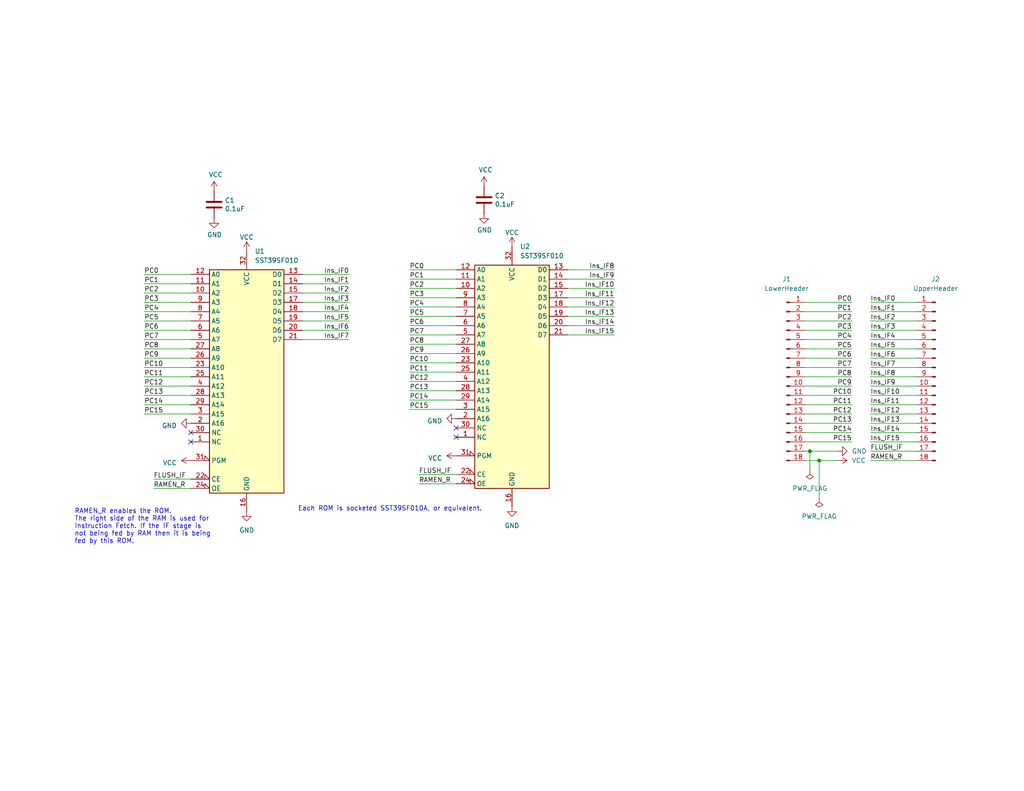
<source format=kicad_sch>
(kicad_sch (version 20250114) (generator "eeschema") (generator_version "9.0")
  (paper "USLetter")
  (title_block (title "Turtle16: ROM Daughter Board") (date "2023-11-25") (rev "A") (comment 4 "Daughter board with ROM"))
  (lib_symbols
    (symbol "Connector:Conn_01x18_Pin" (pin_names (offset 1.016) (hide yes))
      (property "Reference" "J" (at 0 22.86 0))
      (property "Value" "Conn_01x18_Pin" (at 0 -25.4 0))
      (symbol "Conn_01x18_Pin_1_1"
        (rectangle (start 0.8636 20.447) (end 0 20.193) (stroke (width 0.1524)) (fill (type outline)))
        (rectangle (start 0.8636 17.907) (end 0 17.653) (stroke (width 0.1524)) (fill (type outline)))
        (rectangle (start 0.8636 15.367) (end 0 15.113) (stroke (width 0.1524)) (fill (type outline)))
        (rectangle (start 0.8636 12.827) (end 0 12.573) (stroke (width 0.1524)) (fill (type outline)))
        (rectangle (start 0.8636 10.287) (end 0 10.033) (stroke (width 0.1524)) (fill (type outline)))
        (rectangle (start 0.8636 7.747) (end 0 7.493) (stroke (width 0.1524)) (fill (type outline)))
        (rectangle (start 0.8636 5.207) (end 0 4.953) (stroke (width 0.1524)) (fill (type outline)))
        (rectangle (start 0.8636 2.667) (end 0 2.413) (stroke (width 0.1524)) (fill (type outline)))
        (rectangle (start 0.8636 0.127) (end 0 -0.127) (stroke (width 0.1524)) (fill (type outline)))
        (rectangle (start 0.8636 -2.413) (end 0 -2.667) (stroke (width 0.1524)) (fill (type outline)))
        (rectangle (start 0.8636 -4.953) (end 0 -5.207) (stroke (width 0.1524)) (fill (type outline)))
        (rectangle (start 0.8636 -7.493) (end 0 -7.747) (stroke (width 0.1524)) (fill (type outline)))
        (rectangle (start 0.8636 -10.033) (end 0 -10.287) (stroke (width 0.1524)) (fill (type outline)))
        (rectangle (start 0.8636 -12.573) (end 0 -12.827) (stroke (width 0.1524)) (fill (type outline)))
        (rectangle (start 0.8636 -15.113) (end 0 -15.367) (stroke (width 0.1524)) (fill (type outline)))
        (rectangle (start 0.8636 -17.653) (end 0 -17.907) (stroke (width 0.1524)) (fill (type outline)))
        (rectangle (start 0.8636 -20.193) (end 0 -20.447) (stroke (width 0.1524)) (fill (type outline)))
        (rectangle (start 0.8636 -22.733) (end 0 -22.987) (stroke (width 0.1524)) (fill (type outline)))
        (polyline (pts (xy 1.27 20.32) (xy 0.8636 20.32)) (stroke (width 0.1524)))
        (polyline (pts (xy 1.27 17.78) (xy 0.8636 17.78)) (stroke (width 0.1524)))
        (polyline (pts (xy 1.27 15.24) (xy 0.8636 15.24)) (stroke (width 0.1524)))
        (polyline (pts (xy 1.27 12.7) (xy 0.8636 12.7)) (stroke (width 0.1524)))
        (polyline (pts (xy 1.27 10.16) (xy 0.8636 10.16)) (stroke (width 0.1524)))
        (polyline (pts (xy 1.27 7.62) (xy 0.8636 7.62)) (stroke (width 0.1524)))
        (polyline (pts (xy 1.27 5.08) (xy 0.8636 5.08)) (stroke (width 0.1524)))
        (polyline (pts (xy 1.27 2.54) (xy 0.8636 2.54)) (stroke (width 0.1524)))
        (polyline (pts (xy 1.27 0) (xy 0.8636 0)) (stroke (width 0.1524)))
        (polyline (pts (xy 1.27 -2.54) (xy 0.8636 -2.54)) (stroke (width 0.1524)))
        (polyline (pts (xy 1.27 -5.08) (xy 0.8636 -5.08)) (stroke (width 0.1524)))
        (polyline (pts (xy 1.27 -7.62) (xy 0.8636 -7.62)) (stroke (width 0.1524)))
        (polyline (pts (xy 1.27 -10.16) (xy 0.8636 -10.16)) (stroke (width 0.1524)))
        (polyline (pts (xy 1.27 -12.7) (xy 0.8636 -12.7)) (stroke (width 0.1524)))
        (polyline (pts (xy 1.27 -15.24) (xy 0.8636 -15.24)) (stroke (width 0.1524)))
        (polyline (pts (xy 1.27 -17.78) (xy 0.8636 -17.78)) (stroke (width 0.1524)))
        (polyline (pts (xy 1.27 -20.32) (xy 0.8636 -20.32)) (stroke (width 0.1524)))
        (polyline (pts (xy 1.27 -22.86) (xy 0.8636 -22.86)) (stroke (width 0.1524)))
        (pin passive line (at 5.08 20.32 180) (length 3.81) (name "Pin_1") (number "1"))
        (pin passive line (at 5.08 17.78 180) (length 3.81) (name "Pin_2") (number "2"))
        (pin passive line (at 5.08 15.24 180) (length 3.81) (name "Pin_3") (number "3"))
        (pin passive line (at 5.08 12.7 180) (length 3.81) (name "Pin_4") (number "4"))
        (pin passive line (at 5.08 10.16 180) (length 3.81) (name "Pin_5") (number "5"))
        (pin passive line (at 5.08 7.62 180) (length 3.81) (name "Pin_6") (number "6"))
        (pin passive line (at 5.08 5.08 180) (length 3.81) (name "Pin_7") (number "7"))
        (pin passive line (at 5.08 2.54 180) (length 3.81) (name "Pin_8") (number "8"))
        (pin passive line (at 5.08 0 180) (length 3.81) (name "Pin_9") (number "9"))
        (pin passive line (at 5.08 -2.54 180) (length 3.81) (name "Pin_10") (number "10"))
        (pin passive line (at 5.08 -5.08 180) (length 3.81) (name "Pin_11") (number "11"))
        (pin passive line (at 5.08 -7.62 180) (length 3.81) (name "Pin_12") (number "12"))
        (pin passive line (at 5.08 -10.16 180) (length 3.81) (name "Pin_13") (number "13"))
        (pin passive line (at 5.08 -12.7 180) (length 3.81) (name "Pin_14") (number "14"))
        (pin passive line (at 5.08 -15.24 180) (length 3.81) (name "Pin_15") (number "15"))
        (pin passive line (at 5.08 -17.78 180) (length 3.81) (name "Pin_16") (number "16"))
        (pin passive line (at 5.08 -20.32 180) (length 3.81) (name "Pin_17") (number "17"))
        (pin passive line (at 5.08 -22.86 180) (length 3.81) (name "Pin_18") (number "18"))
      )
    )
    (symbol "Device:C" (pin_numbers (hide yes)) (pin_names (offset 0.254))
      (property "Reference" "C" (at 0.635 2.54 0))
      (property "Value" "C" (at 0.635 -2.54 0))
      (symbol "C_0_1"
        (polyline (pts (xy -2.032 0.762) (xy 2.032 0.762)) (stroke (width 0.508)))
        (polyline (pts (xy -2.032 -0.762) (xy 2.032 -0.762)) (stroke (width 0.508)))
      )
      (symbol "C_1_1"
        (pin passive line (at 0 3.81 270) (length 2.794) (name "~") (number "1"))
        (pin passive line (at 0 -3.81 90) (length 2.794) (name "~") (number "2"))
      )
    )
    (symbol "Turtle16:SST39SF010"
      (property "Reference" "U" (at 2.54 33.02 0))
      (property "Value" "SST39SF010" (at 0 -30.48 0))
      (symbol "SST39SF010_0_0"
        (pin power_in line (at 0 36.83 270) (length 5.08) (name "VCC") (number "32"))
        (pin power_in line (at 0 -34.29 90) (length 5.08) (name "GND") (number "16"))
      )
      (symbol "SST39SF010_0_1"
        (rectangle (start -10.16 31.75) (end 10.16 -29.21) (stroke (width 0.254)) (fill (type background)))
      )
      (symbol "SST39SF010_1_1"
        (pin input line (at -15.24 30.48 0) (length 5.08) (name "A0") (number "12"))
        (pin input line (at -15.24 27.94 0) (length 5.08) (name "A1") (number "11"))
        (pin input line (at -15.24 25.4 0) (length 5.08) (name "A2") (number "10"))
        (pin input line (at -15.24 22.86 0) (length 5.08) (name "A3") (number "9"))
        (pin input line (at -15.24 20.32 0) (length 5.08) (name "A4") (number "8"))
        (pin input line (at -15.24 17.78 0) (length 5.08) (name "A5") (number "7"))
        (pin input line (at -15.24 15.24 0) (length 5.08) (name "A6") (number "6"))
        (pin input line (at -15.24 12.7 0) (length 5.08) (name "A7") (number "5"))
        (pin input line (at -15.24 10.16 0) (length 5.08) (name "A8") (number "27"))
        (pin input line (at -15.24 7.62 0) (length 5.08) (name "A9") (number "26"))
        (pin input line (at -15.24 5.08 0) (length 5.08) (name "A10") (number "23"))
        (pin input line (at -15.24 2.54 0) (length 5.08) (name "A11") (number "25"))
        (pin input line (at -15.24 0 0) (length 5.08) (name "A12") (number "4"))
        (pin input line (at -15.24 -2.54 0) (length 5.08) (name "A13") (number "28"))
        (pin input line (at -15.24 -5.08 0) (length 5.08) (name "A14") (number "29"))
        (pin input line (at -15.24 -7.62 0) (length 5.08) (name "A15") (number "3"))
        (pin input line (at -15.24 -10.16 0) (length 5.08) (name "A16") (number "2"))
        (pin input line (at -15.24 -12.7 0) (length 5.08) (name "NC") (number "30"))
        (pin input line (at -15.24 -15.24 0) (length 5.08) (name "NC") (number "1"))
        (pin input input_low (at -15.24 -20.32 0) (length 5.08) (name "PGM") (number "31"))
        (pin input input_low (at -15.24 -25.4 0) (length 5.08) (name "CE") (number "22"))
        (pin input input_low (at -15.24 -27.94 0) (length 5.08) (name "OE") (number "24"))
        (pin tri_state line (at 15.24 30.48 180) (length 5.08) (name "D0") (number "13"))
        (pin tri_state line (at 15.24 27.94 180) (length 5.08) (name "D1") (number "14"))
        (pin tri_state line (at 15.24 25.4 180) (length 5.08) (name "D2") (number "15"))
        (pin tri_state line (at 15.24 22.86 180) (length 5.08) (name "D3") (number "17"))
        (pin tri_state line (at 15.24 20.32 180) (length 5.08) (name "D4") (number "18"))
        (pin tri_state line (at 15.24 17.78 180) (length 5.08) (name "D5") (number "19"))
        (pin tri_state line (at 15.24 15.24 180) (length 5.08) (name "D6") (number "20"))
        (pin tri_state line (at 15.24 12.7 180) (length 5.08) (name "D7") (number "21"))
      )
    )
    (symbol "power:GND" (power) (pin_names (offset 0))
      (property "Value" "GND" (at 0 -3.81 0))
      (symbol "GND_0_1"
        (polyline (pts (xy 0 0) (xy 0 -1.27) (xy 1.27 -1.27) (xy 0 -2.54) (xy -1.27 -1.27) (xy 0 -1.27)))
      )
      (symbol "GND_1_1"
        (pin power_in line (at 0 0 270) (length 0) (hide yes) (name "GND") (number "1"))
      )
    )
    (symbol "power:PWR_FLAG" (power) (pin_numbers (hide yes)) (pin_names (offset 0) (hide yes))
      (property "Value" "PWR_FLAG" (at 0 3.81 0))
      (symbol "PWR_FLAG_0_0"
        (pin power_out line (at 0 0 90) (length 0) (name "pwr") (number "1"))
      )
      (symbol "PWR_FLAG_0_1"
        (polyline (pts (xy 0 0) (xy 0 1.27) (xy -1.016 1.905) (xy 0 2.54) (xy 1.016 1.905) (xy 0 1.27)))
      )
    )
    (symbol "power:VCC" (power) (pin_names (offset 0))
      (property "Value" "VCC" (at 0 3.81 0))
      (symbol "VCC_0_1"
        (polyline (pts (xy -0.762 1.27) (xy 0 2.54)))
        (polyline (pts (xy 0 2.54) (xy 0.762 1.27)))
        (polyline (pts (xy 0 0) (xy 0 2.54)))
      )
      (symbol "VCC_1_1"
        (pin power_in line (at 0 0 90) (length 0) (hide yes) (name "VCC") (number "1"))
      )
    )
  )
  (text "RAMEN_R enables the ROM.\nThe right side of the RAM is used for\nInstruction Fetch. If the IF stage is\nnot being fed by RAM then it is being\nfed by this ROM." (at 20.32 148.59 0) (effects (font (size 1.27 1.27)) (justify left bottom)))
  (text "Each ROM is socketed SST39SF010A, or equivalent." (at 81.28 139.7 0) (effects (font (size 1.27 1.27)) (justify left bottom)))
  (junction (at 223.52 125.73))
  (junction (at 220.98 123.19))
  (no_connect (at 52.07 118.11))
  (no_connect (at 52.07 120.65))
  (no_connect (at 124.46 119.38))
  (no_connect (at 124.46 116.84))
  (wire (pts (xy 41.91 130.81) (xy 52.07 130.81)))
  (wire (pts (xy 111.76 104.14) (xy 124.46 104.14)))
  (wire (pts (xy 237.49 85.09) (xy 250.19 85.09)))
  (wire (pts (xy 237.49 123.19) (xy 250.19 123.19)))
  (wire (pts (xy 114.3 129.54) (xy 124.46 129.54)))
  (wire (pts (xy 167.64 76.2) (xy 154.94 76.2)))
  (wire (pts (xy 111.76 109.22) (xy 124.46 109.22)))
  (wire (pts (xy 95.25 82.55) (xy 82.55 82.55)))
  (wire (pts (xy 232.41 82.55) (xy 219.71 82.55)))
  (wire (pts (xy 95.25 92.71) (xy 82.55 92.71)))
  (wire (pts (xy 111.76 91.44) (xy 124.46 91.44)))
  (wire (pts (xy 167.64 81.28) (xy 154.94 81.28)))
  (wire (pts (xy 167.64 88.9) (xy 154.94 88.9)))
  (wire (pts (xy 39.37 82.55) (xy 52.07 82.55)))
  (wire (pts (xy 237.49 125.73) (xy 250.19 125.73)))
  (wire (pts (xy 39.37 85.09) (xy 52.07 85.09)))
  (wire (pts (xy 167.64 91.44) (xy 154.94 91.44)))
  (wire (pts (xy 232.41 85.09) (xy 219.71 85.09)))
  (wire (pts (xy 111.76 93.98) (xy 124.46 93.98)))
  (wire (pts (xy 111.76 96.52) (xy 124.46 96.52)))
  (wire (pts (xy 111.76 81.28) (xy 124.46 81.28)))
  (wire (pts (xy 237.49 118.11) (xy 250.19 118.11)))
  (wire (pts (xy 39.37 92.71) (xy 52.07 92.71)))
  (wire (pts (xy 39.37 95.25) (xy 52.07 95.25)))
  (wire (pts (xy 232.41 118.11) (xy 219.71 118.11)))
  (wire (pts (xy 237.49 102.87) (xy 250.19 102.87)))
  (wire (pts (xy 232.41 87.63) (xy 219.71 87.63)))
  (wire (pts (xy 237.49 110.49) (xy 250.19 110.49)))
  (wire (pts (xy 232.41 90.17) (xy 219.71 90.17)))
  (wire (pts (xy 95.25 87.63) (xy 82.55 87.63)))
  (wire (pts (xy 237.49 120.65) (xy 250.19 120.65)))
  (wire (pts (xy 39.37 87.63) (xy 52.07 87.63)))
  (wire (pts (xy 237.49 113.03) (xy 250.19 113.03)))
  (wire (pts (xy 228.6 123.19) (xy 220.98 123.19)))
  (wire (pts (xy 111.76 101.6) (xy 124.46 101.6)))
  (wire (pts (xy 39.37 107.95) (xy 52.07 107.95)))
  (wire (pts (xy 39.37 74.93) (xy 52.07 74.93)))
  (wire (pts (xy 111.76 73.66) (xy 124.46 73.66)))
  (wire (pts (xy 111.76 78.74) (xy 124.46 78.74)))
  (wire (pts (xy 39.37 97.79) (xy 52.07 97.79)))
  (wire (pts (xy 39.37 105.41) (xy 52.07 105.41)))
  (wire (pts (xy 237.49 105.41) (xy 250.19 105.41)))
  (wire (pts (xy 39.37 77.47) (xy 52.07 77.47)))
  (wire (pts (xy 223.52 125.73) (xy 219.71 125.73)))
  (wire (pts (xy 95.25 90.17) (xy 82.55 90.17)))
  (wire (pts (xy 95.25 80.01) (xy 82.55 80.01)))
  (wire (pts (xy 95.25 74.93) (xy 82.55 74.93)))
  (wire (pts (xy 39.37 90.17) (xy 52.07 90.17)))
  (wire (pts (xy 237.49 97.79) (xy 250.19 97.79)))
  (wire (pts (xy 39.37 100.33) (xy 52.07 100.33)))
  (wire (pts (xy 237.49 95.25) (xy 250.19 95.25)))
  (wire (pts (xy 232.41 113.03) (xy 219.71 113.03)))
  (wire (pts (xy 223.52 125.73) (xy 223.52 135.89)))
  (wire (pts (xy 95.25 85.09) (xy 82.55 85.09)))
  (wire (pts (xy 232.41 110.49) (xy 219.71 110.49)))
  (wire (pts (xy 39.37 102.87) (xy 52.07 102.87)))
  (wire (pts (xy 111.76 99.06) (xy 124.46 99.06)))
  (wire (pts (xy 232.41 92.71) (xy 219.71 92.71)))
  (wire (pts (xy 114.3 132.08) (xy 124.46 132.08)))
  (wire (pts (xy 237.49 90.17) (xy 250.19 90.17)))
  (wire (pts (xy 237.49 87.63) (xy 250.19 87.63)))
  (wire (pts (xy 39.37 113.03) (xy 52.07 113.03)))
  (wire (pts (xy 228.6 125.73) (xy 223.52 125.73)))
  (wire (pts (xy 111.76 83.82) (xy 124.46 83.82)))
  (wire (pts (xy 111.76 106.68) (xy 124.46 106.68)))
  (wire (pts (xy 232.41 100.33) (xy 219.71 100.33)))
  (wire (pts (xy 167.64 78.74) (xy 154.94 78.74)))
  (wire (pts (xy 167.64 83.82) (xy 154.94 83.82)))
  (wire (pts (xy 237.49 92.71) (xy 250.19 92.71)))
  (wire (pts (xy 41.91 133.35) (xy 52.07 133.35)))
  (wire (pts (xy 237.49 100.33) (xy 250.19 100.33)))
  (wire (pts (xy 167.64 73.66) (xy 154.94 73.66)))
  (wire (pts (xy 232.41 102.87) (xy 219.71 102.87)))
  (wire (pts (xy 232.41 107.95) (xy 219.71 107.95)))
  (wire (pts (xy 232.41 105.41) (xy 219.71 105.41)))
  (wire (pts (xy 237.49 115.57) (xy 250.19 115.57)))
  (wire (pts (xy 232.41 97.79) (xy 219.71 97.79)))
  (wire (pts (xy 232.41 115.57) (xy 219.71 115.57)))
  (wire (pts (xy 39.37 80.01) (xy 52.07 80.01)))
  (wire (pts (xy 232.41 95.25) (xy 219.71 95.25)))
  (wire (pts (xy 220.98 123.19) (xy 220.98 128.27)))
  (wire (pts (xy 95.25 77.47) (xy 82.55 77.47)))
  (wire (pts (xy 220.98 123.19) (xy 219.71 123.19)))
  (wire (pts (xy 111.76 88.9) (xy 124.46 88.9)))
  (wire (pts (xy 111.76 111.76) (xy 124.46 111.76)))
  (wire (pts (xy 167.64 86.36) (xy 154.94 86.36)))
  (wire (pts (xy 111.76 86.36) (xy 124.46 86.36)))
  (wire (pts (xy 237.49 82.55) (xy 250.19 82.55)))
  (wire (pts (xy 237.49 107.95) (xy 250.19 107.95)))
  (wire (pts (xy 232.41 120.65) (xy 219.71 120.65)))
  (wire (pts (xy 111.76 76.2) (xy 124.46 76.2)))
  (wire (pts (xy 39.37 110.49) (xy 52.07 110.49)))
  (label "PC7" (at 39.37 92.71 0))
  (label "Ins_IF9" (at 237.49 105.41 0))
  (label "Ins_IF5" (at 237.49 95.25 0))
  (label "PC10" (at 39.37 100.33 0))
  (label "PC14" (at 232.41 118.11 180))
  (label "PC5" (at 111.76 86.36 0))
  (label "PC10" (at 232.41 107.95 180))
  (label "PC0" (at 39.37 74.93 0))
  (label "PC8" (at 232.41 102.87 180))
  (label "PC5" (at 39.37 87.63 0))
  (label "Ins_IF10" (at 167.64 78.74 180))
  (label "Ins_IF14" (at 237.49 118.11 0))
  (label "Ins_IF13" (at 237.49 115.57 0))
  (label "Ins_IF12" (at 237.49 113.03 0))
  (label "PC3" (at 39.37 82.55 0))
  (label "PC8" (at 39.37 95.25 0))
  (label "PC0" (at 111.76 73.66 0))
  (label "Ins_IF9" (at 167.64 76.2 180))
  (label "PC12" (at 111.76 104.14 0))
  (label "PC13" (at 39.37 107.95 0))
  (label "Ins_IF11" (at 167.64 81.28 180))
  (label "PC5" (at 232.41 95.25 180))
  (label "Ins_IF0" (at 95.25 74.93 180))
  (label "PC10" (at 111.76 99.06 0))
  (label "Ins_IF6" (at 95.25 90.17 180))
  (label "Ins_IF4" (at 237.49 92.71 0))
  (label "RAMEN_R" (at 237.49 125.73 0))
  (label "PC1" (at 39.37 77.47 0))
  (label "PC9" (at 111.76 96.52 0))
  (label "PC8" (at 111.76 93.98 0))
  (label "Ins_IF15" (at 167.64 91.44 180))
  (label "FLUSH_IF" (at 41.91 130.81 0))
  (label "PC6" (at 39.37 90.17 0))
  (label "PC13" (at 232.41 115.57 180))
  (label "Ins_IF12" (at 167.64 83.82 180))
  (label "Ins_IF7" (at 95.25 92.71 180))
  (label "Ins_IF13" (at 167.64 86.36 180))
  (label "RAMEN_R" (at 114.3 132.08 0))
  (label "RAMEN_R" (at 41.91 133.35 0))
  (label "PC14" (at 39.37 110.49 0))
  (label "PC12" (at 39.37 105.41 0))
  (label "PC6" (at 111.76 88.9 0))
  (label "Ins_IF2" (at 237.49 87.63 0))
  (label "Ins_IF14" (at 167.64 88.9 180))
  (label "Ins_IF7" (at 237.49 100.33 0))
  (label "Ins_IF8" (at 237.49 102.87 0))
  (label "Ins_IF6" (at 237.49 97.79 0))
  (label "Ins_IF4" (at 95.25 85.09 180))
  (label "Ins_IF3" (at 95.25 82.55 180))
  (label "PC4" (at 39.37 85.09 0))
  (label "FLUSH_IF" (at 237.49 123.19 0))
  (label "PC1" (at 232.41 85.09 180))
  (label "Ins_IF1" (at 95.25 77.47 180))
  (label "PC4" (at 111.76 83.82 0))
  (label "PC2" (at 111.76 78.74 0))
  (label "Ins_IF10" (at 237.49 107.95 0))
  (label "PC12" (at 232.41 113.03 180))
  (label "Ins_IF3" (at 237.49 90.17 0))
  (label "Ins_IF0" (at 237.49 82.55 0))
  (label "Ins_IF2" (at 95.25 80.01 180))
  (label "PC7" (at 232.41 100.33 180))
  (label "Ins_IF1" (at 237.49 85.09 0))
  (label "Ins_IF11" (at 237.49 110.49 0))
  (label "FLUSH_IF" (at 114.3 129.54 0))
  (label "PC14" (at 111.76 109.22 0))
  (label "PC11" (at 39.37 102.87 0))
  (label "PC15" (at 39.37 113.03 0))
  (label "PC3" (at 232.41 90.17 180))
  (label "PC2" (at 39.37 80.01 0))
  (label "PC13" (at 111.76 106.68 0))
  (label "PC3" (at 111.76 81.28 0))
  (label "PC9" (at 39.37 97.79 0))
  (label "PC2" (at 232.41 87.63 180))
  (label "PC4" (at 232.41 92.71 180))
  (label "PC15" (at 232.41 120.65 180))
  (label "Ins_IF5" (at 95.25 87.63 180))
  (label "PC15" (at 111.76 111.76 0))
  (label "PC1" (at 111.76 76.2 0))
  (label "PC0" (at 232.41 82.55 180))
  (label "PC11" (at 232.41 110.49 180))
  (label "PC7" (at 111.76 91.44 0))
  (label "Ins_IF8" (at 167.64 73.66 180))
  (label "PC9" (at 232.41 105.41 180))
  (label "PC11" (at 111.76 101.6 0))
  (label "Ins_IF15" (at 237.49 120.65 0))
  (label "PC6" (at 232.41 97.79 180))
  (symbol (lib_id "Turtle16:SST39SF010") (at 139.7 104.14 0) (unit 1)
    (property "Reference" "U2" (at 141.8941 67.31 0) (effects (justify left)))
    (property "Value" "SST39SF010" (at 141.8941 69.85 0) (effects (justify left)))
    (property "Footprint" "Package_LCC:843221B1RKTP" (effects (hide yes)))
    (property "Datasheet" "https://www.mouser.com/datasheet/2/1/62074255ead63bd7ee299038194cccf20f500ef4-2950939.pdf" (effects (hide yes)))
    (property "Manufacturer" "3M" (effects (hide yes)))
    (property "Manufacturer#" "8432-21B1-RK-TP" (effects (hide yes)))
    (property "Mouser#" "517-8432-21B1-RK-TP" (effects (hide yes)))
    (property "Digikey#" "3M3221B1-ND" (effects (hide yes)))
  )
  (symbol (lib_id "Device:C") (at 132.08 54.61 0) (unit 1)
    (property "Reference" "C2" (at 135.001 53.4416 0) (effects (justify left)))
    (property "Value" "0.1uF" (at 135.001 55.753 0) (effects (justify left)))
    (property "Footprint" "Capacitor_SMD:C_0603_1608Metric" (effects (hide yes)))
    (property "Datasheet" "https://www.mouser.com/datasheet/2/396/taiyo_yuden_12132018_mlcc11_hq_e-1510082.pdf" (effects (hide yes)))
    (property "Manufacturer" "Taiyo Yuden" (effects (hide yes)))
    (property "Manufacturer#" "EMK107B7104KAHT" (effects (hide yes)))
    (property "Mouser#" "963-EMK107B7104KAHT" (effects (hide yes)))
    (property "Digikey#" "587-6004-1-ND" (effects (hide yes)))
  )
  (symbol (lib_id "power:GND") (at 52.07 115.57 270) (unit 1)
    (property "Reference" "#PWR01" (effects (hide yes)))
    (property "Value" "GND" (at 48.26 116.205 90) (effects (justify right)))
  )
  (symbol (lib_id "power:VCC") (at 52.07 125.73 90) (unit 1)
    (property "Reference" "#PWR02" (effects (hide yes)))
    (property "Value" "VCC" (at 48.26 126.365 90) (effects (justify left)))
  )
  (symbol (lib_id "power:VCC") (at 124.46 124.46 90) (unit 1)
    (property "Reference" "#PWR08" (effects (hide yes)))
    (property "Value" "VCC" (at 120.65 125.095 90) (effects (justify left)))
  )
  (symbol (lib_id "power:VCC") (at 67.31 68.58 0) (unit 1)
    (property "Reference" "#PWR05" (effects (hide yes)))
    (property "Value" "VCC" (at 67.31 64.77 0))
  )
  (symbol (lib_id "power:VCC") (at 139.7 67.31 0) (unit 1)
    (property "Reference" "#PWR011" (effects (hide yes)))
    (property "Value" "VCC" (at 139.7 63.5 0))
  )
  (symbol (lib_id "power:VCC") (at 228.6 125.73 270) (unit 1)
    (property "Reference" "#PWR014" (effects (hide yes)))
    (property "Value" "VCC" (at 232.41 125.73 90) (effects (justify left)))
  )
  (symbol (lib_id "Connector:Conn_01x18_Pin") (at 214.63 102.87 0) (unit 1)
    (property "Reference" "J1" (at 214.63 76.2 0))
    (property "Value" "LowerHeader" (at 214.63 78.74 0))
    (property "Footprint" "Connector_PinHeader_2.54mm:PinHeader_1x18_P2.54mm_Vertical" (effects (hide yes)))
  )
  (symbol (lib_id "power:GND") (at 228.6 123.19 90) (unit 1)
    (property "Reference" "#PWR013" (effects (hide yes)))
    (property "Value" "GND" (at 232.41 123.19 90) (effects (justify right)))
  )
  (symbol (lib_id "power:VCC") (at 58.42 52.07 0) (unit 1)
    (property "Reference" "#PWR03" (effects (hide yes)))
    (property "Value" "VCC" (at 58.8518 47.6758 0))
  )
  (symbol (lib_id "power:GND") (at 139.7 138.43 0) (unit 1)
    (property "Reference" "#PWR012" (effects (hide yes)))
    (property "Value" "GND" (at 139.7 143.51 0))
  )
  (symbol (lib_id "power:GND") (at 67.31 139.7 0) (unit 1)
    (property "Reference" "#PWR06" (effects (hide yes)))
    (property "Value" "GND" (at 67.31 144.78 0))
  )
  (symbol (lib_id "Connector:Conn_01x18_Pin") (at 255.27 102.87 0) (mirror y) (unit 1)
    (property "Reference" "J2" (at 255.27 76.2 0))
    (property "Value" "UpperHeader" (at 255.27 78.74 0))
    (property "Footprint" "Connector_PinHeader_2.54mm:PinHeader_1x18_P2.54mm_Vertical" (effects (hide yes)))
  )
  (symbol (lib_id "Device:C") (at 58.42 55.88 0) (unit 1)
    (property "Reference" "C1" (at 61.341 54.7116 0) (effects (justify left)))
    (property "Value" "0.1uF" (at 61.341 57.023 0) (effects (justify left)))
    (property "Footprint" "Capacitor_SMD:C_0603_1608Metric" (effects (hide yes)))
    (property "Datasheet" "https://www.mouser.com/datasheet/2/396/taiyo_yuden_12132018_mlcc11_hq_e-1510082.pdf" (effects (hide yes)))
    (property "Manufacturer" "Taiyo Yuden" (effects (hide yes)))
    (property "Manufacturer#" "EMK107B7104KAHT" (effects (hide yes)))
    (property "Mouser#" "963-EMK107B7104KAHT" (effects (hide yes)))
    (property "Digikey#" "587-6004-1-ND" (effects (hide yes)))
  )
  (symbol (lib_id "power:GND") (at 132.08 58.42 0) (unit 1)
    (property "Reference" "#PWR010" (effects (hide yes)))
    (property "Value" "GND" (at 132.207 62.8142 0))
  )
  (symbol (lib_id "power:GND") (at 124.46 114.3 270) (unit 1)
    (property "Reference" "#PWR07" (effects (hide yes)))
    (property "Value" "GND" (at 120.65 114.935 90) (effects (justify right)))
  )
  (symbol (lib_id "power:PWR_FLAG") (at 220.98 128.27 180) (unit 1)
    (property "Reference" "#FLG01" (effects (hide yes)))
    (property "Value" "PWR_FLAG" (at 220.98 133.35 0))
  )
  (symbol (lib_id "power:PWR_FLAG") (at 223.52 135.89 180) (unit 1)
    (property "Reference" "#FLG02" (effects (hide yes)))
    (property "Value" "PWR_FLAG" (at 223.52 140.97 0))
  )
  (symbol (lib_id "Turtle16:SST39SF010") (at 67.31 105.41 0) (unit 1)
    (property "Reference" "U1" (at 69.5041 68.58 0) (effects (justify left)))
    (property "Value" "SST39SF010" (at 69.5041 71.12 0) (effects (justify left)))
    (property "Footprint" "Package_LCC:843221B1RKTP" (effects (hide yes)))
    (property "Datasheet" "https://www.mouser.com/datasheet/2/1/62074255ead63bd7ee299038194cccf20f500ef4-2950939.pdf" (effects (hide yes)))
    (property "Manufacturer" "3M" (effects (hide yes)))
    (property "Manufacturer#" "8432-21B1-RK-TP" (effects (hide yes)))
    (property "Mouser#" "517-8432-21B1-RK-TP" (effects (hide yes)))
    (property "Digikey#" "3M3221B1-ND" (effects (hide yes)))
  )
  (symbol (lib_id "power:VCC") (at 132.08 50.8 0) (unit 1)
    (property "Reference" "#PWR09" (effects (hide yes)))
    (property "Value" "VCC" (at 132.5118 46.4058 0))
  )
  (symbol (lib_id "power:GND") (at 58.42 59.69 0) (unit 1)
    (property "Reference" "#PWR04" (effects (hide yes)))
    (property "Value" "GND" (at 58.547 64.0842 0))
  )
)
</source>
